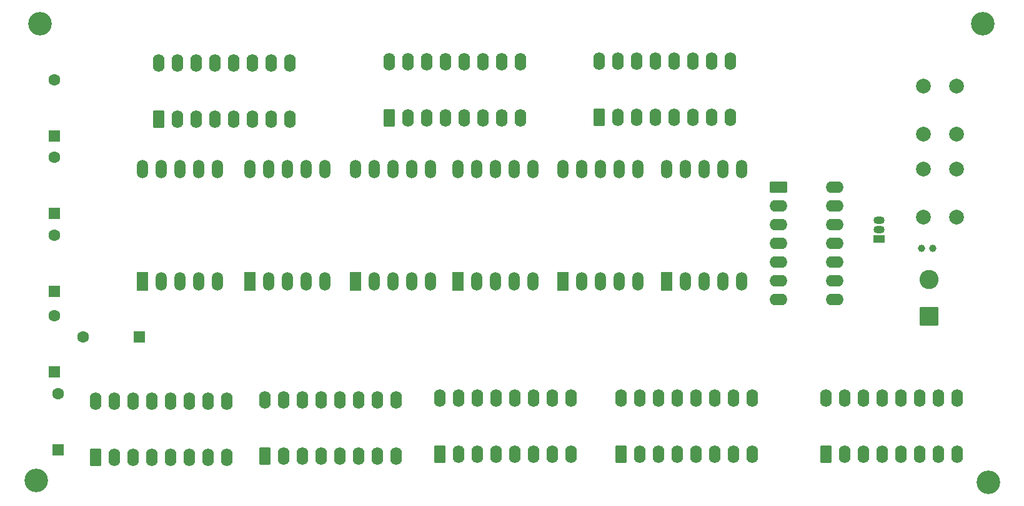
<source format=gbr>
%TF.GenerationSoftware,KiCad,Pcbnew,9.0.2*%
%TF.CreationDate,2025-11-07T18:09:28+05:30*%
%TF.ProjectId,v1,76312e6b-6963-4616-945f-706362585858,rev?*%
%TF.SameCoordinates,Original*%
%TF.FileFunction,Soldermask,Bot*%
%TF.FilePolarity,Negative*%
%FSLAX46Y46*%
G04 Gerber Fmt 4.6, Leading zero omitted, Abs format (unit mm)*
G04 Created by KiCad (PCBNEW 9.0.2) date 2025-11-07 18:09:28*
%MOMM*%
%LPD*%
G01*
G04 APERTURE LIST*
G04 Aperture macros list*
%AMRoundRect*
0 Rectangle with rounded corners*
0 $1 Rounding radius*
0 $2 $3 $4 $5 $6 $7 $8 $9 X,Y pos of 4 corners*
0 Add a 4 corners polygon primitive as box body*
4,1,4,$2,$3,$4,$5,$6,$7,$8,$9,$2,$3,0*
0 Add four circle primitives for the rounded corners*
1,1,$1+$1,$2,$3*
1,1,$1+$1,$4,$5*
1,1,$1+$1,$6,$7*
1,1,$1+$1,$8,$9*
0 Add four rect primitives between the rounded corners*
20,1,$1+$1,$2,$3,$4,$5,0*
20,1,$1+$1,$4,$5,$6,$7,0*
20,1,$1+$1,$6,$7,$8,$9,0*
20,1,$1+$1,$8,$9,$2,$3,0*%
G04 Aperture macros list end*
%ADD10RoundRect,0.250000X0.550000X-0.950000X0.550000X0.950000X-0.550000X0.950000X-0.550000X-0.950000X0*%
%ADD11O,1.600000X2.400000*%
%ADD12RoundRect,0.250000X0.550000X-0.550000X0.550000X0.550000X-0.550000X0.550000X-0.550000X-0.550000X0*%
%ADD13C,1.600000*%
%ADD14R,1.524000X2.524000*%
%ADD15O,1.524000X2.524000*%
%ADD16RoundRect,0.250000X0.550000X0.550000X-0.550000X0.550000X-0.550000X-0.550000X0.550000X-0.550000X0*%
%ADD17C,3.200000*%
%ADD18RoundRect,0.250000X1.050000X-1.050000X1.050000X1.050000X-1.050000X1.050000X-1.050000X-1.050000X0*%
%ADD19C,2.600000*%
%ADD20R,1.500000X1.050000*%
%ADD21O,1.500000X1.050000*%
%ADD22RoundRect,0.250000X-0.950000X-0.550000X0.950000X-0.550000X0.950000X0.550000X-0.950000X0.550000X0*%
%ADD23O,2.400000X1.600000*%
%ADD24C,2.000000*%
%ADD25C,1.000000*%
G04 APERTURE END LIST*
D10*
%TO.C,U8*%
X67380000Y-72250000D03*
D11*
X69920000Y-72250000D03*
X72460000Y-72250000D03*
X75000000Y-72250000D03*
X77540000Y-72250000D03*
X80080000Y-72250000D03*
X82620000Y-72250000D03*
X85160000Y-72250000D03*
X85160000Y-64630000D03*
X82620000Y-64630000D03*
X80080000Y-64630000D03*
X77540000Y-64630000D03*
X75000000Y-64630000D03*
X72460000Y-64630000D03*
X69920000Y-64630000D03*
X67380000Y-64630000D03*
%TD*%
D12*
%TO.C,D5*%
X53250000Y-85000000D03*
D13*
X53250000Y-77380000D03*
%TD*%
D12*
%TO.C,D4*%
X53250000Y-95620000D03*
D13*
X53250000Y-88000000D03*
%TD*%
D14*
%TO.C,AFF3*%
X94000000Y-94240000D03*
D15*
X96540000Y-94240000D03*
X99080000Y-94240000D03*
X101620000Y-94240000D03*
X104160000Y-94240000D03*
X104160000Y-79000000D03*
X101620000Y-79000000D03*
X99080000Y-79000000D03*
X96540000Y-79000000D03*
X94000000Y-79000000D03*
%TD*%
D16*
%TO.C,D6*%
X64750000Y-101750000D03*
D13*
X57130000Y-101750000D03*
%TD*%
D10*
%TO.C,U6*%
X81760000Y-118000000D03*
D11*
X84300000Y-118000000D03*
X86840000Y-118000000D03*
X89380000Y-118000000D03*
X91920000Y-118000000D03*
X94460000Y-118000000D03*
X97000000Y-118000000D03*
X99540000Y-118000000D03*
X99540000Y-110380000D03*
X97000000Y-110380000D03*
X94460000Y-110380000D03*
X91920000Y-110380000D03*
X89380000Y-110380000D03*
X86840000Y-110380000D03*
X84300000Y-110380000D03*
X81760000Y-110380000D03*
%TD*%
D14*
%TO.C,AFF2*%
X136170000Y-94240000D03*
D15*
X138710000Y-94240000D03*
X141250000Y-94240000D03*
X143790000Y-94240000D03*
X146330000Y-94240000D03*
X146330000Y-79000000D03*
X143790000Y-79000000D03*
X141250000Y-79000000D03*
X138710000Y-79000000D03*
X136170000Y-79000000D03*
%TD*%
D17*
%TO.C,H1*%
X179000000Y-59250000D03*
%TD*%
D18*
%TO.C,J1*%
X171750000Y-99000000D03*
D19*
X171750000Y-94000000D03*
%TD*%
D14*
%TO.C,AFF6*%
X65170000Y-94240000D03*
D15*
X67710000Y-94240000D03*
X70250000Y-94240000D03*
X72790000Y-94240000D03*
X75330000Y-94240000D03*
X75330000Y-79000000D03*
X72790000Y-79000000D03*
X70250000Y-79000000D03*
X67710000Y-79000000D03*
X65170000Y-79000000D03*
%TD*%
D12*
%TO.C,D7*%
X53250000Y-74500000D03*
D13*
X53250000Y-66880000D03*
%TD*%
D10*
%TO.C,U3*%
X105470000Y-117750000D03*
D11*
X108010000Y-117750000D03*
X110550000Y-117750000D03*
X113090000Y-117750000D03*
X115630000Y-117750000D03*
X118170000Y-117750000D03*
X120710000Y-117750000D03*
X123250000Y-117750000D03*
X123250000Y-110130000D03*
X120710000Y-110130000D03*
X118170000Y-110130000D03*
X115630000Y-110130000D03*
X113090000Y-110130000D03*
X110550000Y-110130000D03*
X108010000Y-110130000D03*
X105470000Y-110130000D03*
%TD*%
D12*
%TO.C,D3*%
X53750000Y-117120000D03*
D13*
X53750000Y-109500000D03*
%TD*%
D20*
%TO.C,Q2*%
X165000000Y-88540000D03*
D21*
X165000000Y-87270000D03*
X165000000Y-86000000D03*
%TD*%
D22*
%TO.C,U10*%
X151380000Y-81460000D03*
D23*
X151380000Y-84000000D03*
X151380000Y-86540000D03*
X151380000Y-89080000D03*
X151380000Y-91620000D03*
X151380000Y-94160000D03*
X151380000Y-96700000D03*
X159000000Y-96700000D03*
X159000000Y-94160000D03*
X159000000Y-91620000D03*
X159000000Y-89080000D03*
X159000000Y-86540000D03*
X159000000Y-84000000D03*
X159000000Y-81460000D03*
%TD*%
D10*
%TO.C,U5*%
X98610000Y-72060000D03*
D11*
X101150000Y-72060000D03*
X103690000Y-72060000D03*
X106230000Y-72060000D03*
X108770000Y-72060000D03*
X111310000Y-72060000D03*
X113850000Y-72060000D03*
X116390000Y-72060000D03*
X116390000Y-64440000D03*
X113850000Y-64440000D03*
X111310000Y-64440000D03*
X108770000Y-64440000D03*
X106230000Y-64440000D03*
X103690000Y-64440000D03*
X101150000Y-64440000D03*
X98610000Y-64440000D03*
%TD*%
D24*
%TO.C,SW1*%
X171000000Y-74250000D03*
X171000000Y-67750000D03*
X175500000Y-74250000D03*
X175500000Y-67750000D03*
%TD*%
D12*
%TO.C,D2*%
X53250000Y-106500000D03*
D13*
X53250000Y-98880000D03*
%TD*%
D17*
%TO.C,H3*%
X51250000Y-59250000D03*
%TD*%
D10*
%TO.C,U1*%
X157760000Y-117750000D03*
D11*
X160300000Y-117750000D03*
X162840000Y-117750000D03*
X165380000Y-117750000D03*
X167920000Y-117750000D03*
X170460000Y-117750000D03*
X173000000Y-117750000D03*
X175540000Y-117750000D03*
X175540000Y-110130000D03*
X173000000Y-110130000D03*
X170460000Y-110130000D03*
X167920000Y-110130000D03*
X165380000Y-110130000D03*
X162840000Y-110130000D03*
X160300000Y-110130000D03*
X157760000Y-110130000D03*
%TD*%
D14*
%TO.C,AFF4*%
X107920000Y-94240000D03*
D15*
X110460000Y-94240000D03*
X113000000Y-94240000D03*
X115540000Y-94240000D03*
X118080000Y-94240000D03*
X118080000Y-79000000D03*
X115540000Y-79000000D03*
X113000000Y-79000000D03*
X110460000Y-79000000D03*
X107920000Y-79000000D03*
%TD*%
D10*
%TO.C,U2*%
X130010000Y-117750000D03*
D11*
X132550000Y-117750000D03*
X135090000Y-117750000D03*
X137630000Y-117750000D03*
X140170000Y-117750000D03*
X142710000Y-117750000D03*
X145250000Y-117750000D03*
X147790000Y-117750000D03*
X147790000Y-110130000D03*
X145250000Y-110130000D03*
X142710000Y-110130000D03*
X140170000Y-110130000D03*
X137630000Y-110130000D03*
X135090000Y-110130000D03*
X132550000Y-110130000D03*
X130010000Y-110130000D03*
%TD*%
D24*
%TO.C,SW2*%
X171000000Y-85500000D03*
X171000000Y-79000000D03*
X175500000Y-85500000D03*
X175500000Y-79000000D03*
%TD*%
D25*
%TO.C,Y1*%
X170750000Y-89750000D03*
X172250000Y-89750000D03*
%TD*%
D14*
%TO.C,AFF1*%
X122170000Y-94240000D03*
D15*
X124710000Y-94240000D03*
X127250000Y-94240000D03*
X129790000Y-94240000D03*
X132330000Y-94240000D03*
X132330000Y-79000000D03*
X129790000Y-79000000D03*
X127250000Y-79000000D03*
X124710000Y-79000000D03*
X122170000Y-79000000D03*
%TD*%
D10*
%TO.C,U7*%
X58760000Y-118120000D03*
D11*
X61300000Y-118120000D03*
X63840000Y-118120000D03*
X66380000Y-118120000D03*
X68920000Y-118120000D03*
X71460000Y-118120000D03*
X74000000Y-118120000D03*
X76540000Y-118120000D03*
X76540000Y-110500000D03*
X74000000Y-110500000D03*
X71460000Y-110500000D03*
X68920000Y-110500000D03*
X66380000Y-110500000D03*
X63840000Y-110500000D03*
X61300000Y-110500000D03*
X58760000Y-110500000D03*
%TD*%
D17*
%TO.C,H2*%
X179750000Y-121500000D03*
%TD*%
D10*
%TO.C,U4*%
X127010000Y-72000000D03*
D11*
X129550000Y-72000000D03*
X132090000Y-72000000D03*
X134630000Y-72000000D03*
X137170000Y-72000000D03*
X139710000Y-72000000D03*
X142250000Y-72000000D03*
X144790000Y-72000000D03*
X144790000Y-64380000D03*
X142250000Y-64380000D03*
X139710000Y-64380000D03*
X137170000Y-64380000D03*
X134630000Y-64380000D03*
X132090000Y-64380000D03*
X129550000Y-64380000D03*
X127010000Y-64380000D03*
%TD*%
D14*
%TO.C,AFF5*%
X79750000Y-94240000D03*
D15*
X82290000Y-94240000D03*
X84830000Y-94240000D03*
X87370000Y-94240000D03*
X89910000Y-94240000D03*
X89910000Y-79000000D03*
X87370000Y-79000000D03*
X84830000Y-79000000D03*
X82290000Y-79000000D03*
X79750000Y-79000000D03*
%TD*%
D17*
%TO.C,H4*%
X50750000Y-121250000D03*
%TD*%
M02*

</source>
